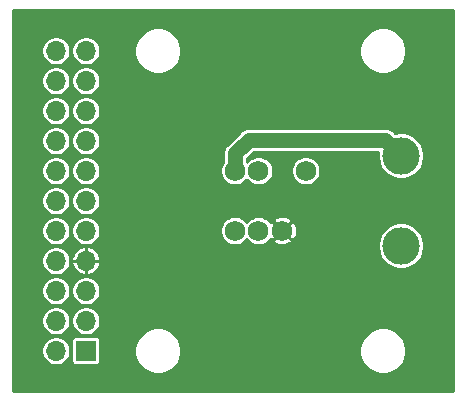
<source format=gbr>
G04 #@! TF.GenerationSoftware,KiCad,Pcbnew,(5.1.12)-1*
G04 #@! TF.CreationDate,2022-02-08T15:27:08-06:00*
G04 #@! TF.ProjectId,power_supply_board,706f7765-725f-4737-9570-706c795f626f,4.2*
G04 #@! TF.SameCoordinates,Original*
G04 #@! TF.FileFunction,Copper,L1,Top*
G04 #@! TF.FilePolarity,Positive*
%FSLAX46Y46*%
G04 Gerber Fmt 4.6, Leading zero omitted, Abs format (unit mm)*
G04 Created by KiCad (PCBNEW (5.1.12)-1) date 2022-02-08 15:27:08*
%MOMM*%
%LPD*%
G01*
G04 APERTURE LIST*
G04 #@! TA.AperFunction,ComponentPad*
%ADD10C,3.175000*%
G04 #@! TD*
G04 #@! TA.AperFunction,ComponentPad*
%ADD11O,1.700000X1.700000*%
G04 #@! TD*
G04 #@! TA.AperFunction,ComponentPad*
%ADD12R,1.700000X1.700000*%
G04 #@! TD*
G04 #@! TA.AperFunction,ComponentPad*
%ADD13C,1.730000*%
G04 #@! TD*
G04 #@! TA.AperFunction,Conductor*
%ADD14C,1.270000*%
G04 #@! TD*
G04 #@! TA.AperFunction,Conductor*
%ADD15C,0.254000*%
G04 #@! TD*
G04 #@! TA.AperFunction,Conductor*
%ADD16C,0.100000*%
G04 #@! TD*
G04 APERTURE END LIST*
D10*
X157759400Y-111760000D03*
X157759400Y-119380000D03*
D11*
X128524000Y-102870000D03*
X131064000Y-102870000D03*
X128524000Y-105410000D03*
X131064000Y-105410000D03*
X128524000Y-107950000D03*
X131064000Y-107950000D03*
X128524000Y-110490000D03*
X131064000Y-110490000D03*
X128524000Y-113030000D03*
X131064000Y-113030000D03*
X128524000Y-115570000D03*
X131064000Y-115570000D03*
X128524000Y-118110000D03*
X131064000Y-118110000D03*
X128524000Y-120650000D03*
X131064000Y-120650000D03*
X128524000Y-123190000D03*
X131064000Y-123190000D03*
X128524000Y-125730000D03*
X131064000Y-125730000D03*
X128524000Y-128270000D03*
D12*
X131064000Y-128270000D03*
D13*
X143685000Y-113035000D03*
X145685000Y-113035000D03*
X149685000Y-113035000D03*
X147685000Y-118105000D03*
X143685000Y-118105000D03*
X145685000Y-118105000D03*
D14*
X143685000Y-113035000D02*
X143685000Y-111572300D01*
X143685000Y-111572300D02*
X144856200Y-110401100D01*
X156400500Y-110401100D02*
X147662900Y-110401100D01*
X157759400Y-111760000D02*
X156400500Y-110401100D01*
X147662900Y-110401100D02*
X155130500Y-110401100D01*
X144856200Y-110401100D02*
X147662900Y-110401100D01*
D15*
X162154000Y-131674000D02*
X124866000Y-131674000D01*
X124866000Y-128148757D01*
X127293000Y-128148757D01*
X127293000Y-128391243D01*
X127340307Y-128629069D01*
X127433102Y-128853097D01*
X127567820Y-129054717D01*
X127739283Y-129226180D01*
X127940903Y-129360898D01*
X128164931Y-129453693D01*
X128402757Y-129501000D01*
X128645243Y-129501000D01*
X128883069Y-129453693D01*
X129107097Y-129360898D01*
X129308717Y-129226180D01*
X129480180Y-129054717D01*
X129614898Y-128853097D01*
X129707693Y-128629069D01*
X129755000Y-128391243D01*
X129755000Y-128148757D01*
X129707693Y-127910931D01*
X129614898Y-127686903D01*
X129480180Y-127485283D01*
X129414897Y-127420000D01*
X129831157Y-127420000D01*
X129831157Y-129120000D01*
X129838513Y-129194689D01*
X129860299Y-129266508D01*
X129895678Y-129332696D01*
X129943289Y-129390711D01*
X130001304Y-129438322D01*
X130067492Y-129473701D01*
X130139311Y-129495487D01*
X130214000Y-129502843D01*
X131914000Y-129502843D01*
X131988689Y-129495487D01*
X132060508Y-129473701D01*
X132126696Y-129438322D01*
X132184711Y-129390711D01*
X132232322Y-129332696D01*
X132267701Y-129266508D01*
X132289487Y-129194689D01*
X132296843Y-129120000D01*
X132296843Y-128074889D01*
X135179000Y-128074889D01*
X135179000Y-128465111D01*
X135255129Y-128847836D01*
X135404461Y-129208355D01*
X135621257Y-129532814D01*
X135897186Y-129808743D01*
X136221645Y-130025539D01*
X136582164Y-130174871D01*
X136964889Y-130251000D01*
X137355111Y-130251000D01*
X137737836Y-130174871D01*
X138098355Y-130025539D01*
X138422814Y-129808743D01*
X138698743Y-129532814D01*
X138915539Y-129208355D01*
X139064871Y-128847836D01*
X139141000Y-128465111D01*
X139141000Y-128074889D01*
X154229000Y-128074889D01*
X154229000Y-128465111D01*
X154305129Y-128847836D01*
X154454461Y-129208355D01*
X154671257Y-129532814D01*
X154947186Y-129808743D01*
X155271645Y-130025539D01*
X155632164Y-130174871D01*
X156014889Y-130251000D01*
X156405111Y-130251000D01*
X156787836Y-130174871D01*
X157148355Y-130025539D01*
X157472814Y-129808743D01*
X157748743Y-129532814D01*
X157965539Y-129208355D01*
X158114871Y-128847836D01*
X158191000Y-128465111D01*
X158191000Y-128074889D01*
X158114871Y-127692164D01*
X157965539Y-127331645D01*
X157748743Y-127007186D01*
X157472814Y-126731257D01*
X157148355Y-126514461D01*
X156787836Y-126365129D01*
X156405111Y-126289000D01*
X156014889Y-126289000D01*
X155632164Y-126365129D01*
X155271645Y-126514461D01*
X154947186Y-126731257D01*
X154671257Y-127007186D01*
X154454461Y-127331645D01*
X154305129Y-127692164D01*
X154229000Y-128074889D01*
X139141000Y-128074889D01*
X139064871Y-127692164D01*
X138915539Y-127331645D01*
X138698743Y-127007186D01*
X138422814Y-126731257D01*
X138098355Y-126514461D01*
X137737836Y-126365129D01*
X137355111Y-126289000D01*
X136964889Y-126289000D01*
X136582164Y-126365129D01*
X136221645Y-126514461D01*
X135897186Y-126731257D01*
X135621257Y-127007186D01*
X135404461Y-127331645D01*
X135255129Y-127692164D01*
X135179000Y-128074889D01*
X132296843Y-128074889D01*
X132296843Y-127420000D01*
X132289487Y-127345311D01*
X132267701Y-127273492D01*
X132232322Y-127207304D01*
X132184711Y-127149289D01*
X132126696Y-127101678D01*
X132060508Y-127066299D01*
X131988689Y-127044513D01*
X131914000Y-127037157D01*
X130214000Y-127037157D01*
X130139311Y-127044513D01*
X130067492Y-127066299D01*
X130001304Y-127101678D01*
X129943289Y-127149289D01*
X129895678Y-127207304D01*
X129860299Y-127273492D01*
X129838513Y-127345311D01*
X129831157Y-127420000D01*
X129414897Y-127420000D01*
X129308717Y-127313820D01*
X129107097Y-127179102D01*
X128883069Y-127086307D01*
X128645243Y-127039000D01*
X128402757Y-127039000D01*
X128164931Y-127086307D01*
X127940903Y-127179102D01*
X127739283Y-127313820D01*
X127567820Y-127485283D01*
X127433102Y-127686903D01*
X127340307Y-127910931D01*
X127293000Y-128148757D01*
X124866000Y-128148757D01*
X124866000Y-125608757D01*
X127293000Y-125608757D01*
X127293000Y-125851243D01*
X127340307Y-126089069D01*
X127433102Y-126313097D01*
X127567820Y-126514717D01*
X127739283Y-126686180D01*
X127940903Y-126820898D01*
X128164931Y-126913693D01*
X128402757Y-126961000D01*
X128645243Y-126961000D01*
X128883069Y-126913693D01*
X129107097Y-126820898D01*
X129308717Y-126686180D01*
X129480180Y-126514717D01*
X129614898Y-126313097D01*
X129707693Y-126089069D01*
X129755000Y-125851243D01*
X129755000Y-125608757D01*
X129833000Y-125608757D01*
X129833000Y-125851243D01*
X129880307Y-126089069D01*
X129973102Y-126313097D01*
X130107820Y-126514717D01*
X130279283Y-126686180D01*
X130480903Y-126820898D01*
X130704931Y-126913693D01*
X130942757Y-126961000D01*
X131185243Y-126961000D01*
X131423069Y-126913693D01*
X131647097Y-126820898D01*
X131848717Y-126686180D01*
X132020180Y-126514717D01*
X132154898Y-126313097D01*
X132247693Y-126089069D01*
X132295000Y-125851243D01*
X132295000Y-125608757D01*
X132247693Y-125370931D01*
X132154898Y-125146903D01*
X132020180Y-124945283D01*
X131848717Y-124773820D01*
X131647097Y-124639102D01*
X131423069Y-124546307D01*
X131185243Y-124499000D01*
X130942757Y-124499000D01*
X130704931Y-124546307D01*
X130480903Y-124639102D01*
X130279283Y-124773820D01*
X130107820Y-124945283D01*
X129973102Y-125146903D01*
X129880307Y-125370931D01*
X129833000Y-125608757D01*
X129755000Y-125608757D01*
X129707693Y-125370931D01*
X129614898Y-125146903D01*
X129480180Y-124945283D01*
X129308717Y-124773820D01*
X129107097Y-124639102D01*
X128883069Y-124546307D01*
X128645243Y-124499000D01*
X128402757Y-124499000D01*
X128164931Y-124546307D01*
X127940903Y-124639102D01*
X127739283Y-124773820D01*
X127567820Y-124945283D01*
X127433102Y-125146903D01*
X127340307Y-125370931D01*
X127293000Y-125608757D01*
X124866000Y-125608757D01*
X124866000Y-123068757D01*
X127293000Y-123068757D01*
X127293000Y-123311243D01*
X127340307Y-123549069D01*
X127433102Y-123773097D01*
X127567820Y-123974717D01*
X127739283Y-124146180D01*
X127940903Y-124280898D01*
X128164931Y-124373693D01*
X128402757Y-124421000D01*
X128645243Y-124421000D01*
X128883069Y-124373693D01*
X129107097Y-124280898D01*
X129308717Y-124146180D01*
X129480180Y-123974717D01*
X129614898Y-123773097D01*
X129707693Y-123549069D01*
X129755000Y-123311243D01*
X129755000Y-123068757D01*
X129833000Y-123068757D01*
X129833000Y-123311243D01*
X129880307Y-123549069D01*
X129973102Y-123773097D01*
X130107820Y-123974717D01*
X130279283Y-124146180D01*
X130480903Y-124280898D01*
X130704931Y-124373693D01*
X130942757Y-124421000D01*
X131185243Y-124421000D01*
X131423069Y-124373693D01*
X131647097Y-124280898D01*
X131848717Y-124146180D01*
X132020180Y-123974717D01*
X132154898Y-123773097D01*
X132247693Y-123549069D01*
X132295000Y-123311243D01*
X132295000Y-123068757D01*
X132247693Y-122830931D01*
X132154898Y-122606903D01*
X132020180Y-122405283D01*
X131848717Y-122233820D01*
X131647097Y-122099102D01*
X131423069Y-122006307D01*
X131185243Y-121959000D01*
X130942757Y-121959000D01*
X130704931Y-122006307D01*
X130480903Y-122099102D01*
X130279283Y-122233820D01*
X130107820Y-122405283D01*
X129973102Y-122606903D01*
X129880307Y-122830931D01*
X129833000Y-123068757D01*
X129755000Y-123068757D01*
X129707693Y-122830931D01*
X129614898Y-122606903D01*
X129480180Y-122405283D01*
X129308717Y-122233820D01*
X129107097Y-122099102D01*
X128883069Y-122006307D01*
X128645243Y-121959000D01*
X128402757Y-121959000D01*
X128164931Y-122006307D01*
X127940903Y-122099102D01*
X127739283Y-122233820D01*
X127567820Y-122405283D01*
X127433102Y-122606903D01*
X127340307Y-122830931D01*
X127293000Y-123068757D01*
X124866000Y-123068757D01*
X124866000Y-120528757D01*
X127293000Y-120528757D01*
X127293000Y-120771243D01*
X127340307Y-121009069D01*
X127433102Y-121233097D01*
X127567820Y-121434717D01*
X127739283Y-121606180D01*
X127940903Y-121740898D01*
X128164931Y-121833693D01*
X128402757Y-121881000D01*
X128645243Y-121881000D01*
X128883069Y-121833693D01*
X129107097Y-121740898D01*
X129308717Y-121606180D01*
X129480180Y-121434717D01*
X129614898Y-121233097D01*
X129707693Y-121009069D01*
X129738318Y-120855104D01*
X129850208Y-120855104D01*
X129864111Y-120925008D01*
X129940818Y-121153811D01*
X130060688Y-121363252D01*
X130219115Y-121545283D01*
X130410010Y-121692909D01*
X130626038Y-121800457D01*
X130858896Y-121863793D01*
X131051300Y-121785685D01*
X131051300Y-120662700D01*
X131076700Y-120662700D01*
X131076700Y-121785685D01*
X131269104Y-121863793D01*
X131501962Y-121800457D01*
X131717990Y-121692909D01*
X131908885Y-121545283D01*
X132067312Y-121363252D01*
X132187182Y-121153811D01*
X132263889Y-120925008D01*
X132277792Y-120855104D01*
X132199679Y-120662700D01*
X131076700Y-120662700D01*
X131051300Y-120662700D01*
X129928321Y-120662700D01*
X129850208Y-120855104D01*
X129738318Y-120855104D01*
X129755000Y-120771243D01*
X129755000Y-120528757D01*
X129738319Y-120444896D01*
X129850208Y-120444896D01*
X129928321Y-120637300D01*
X131051300Y-120637300D01*
X131051300Y-119514315D01*
X131076700Y-119514315D01*
X131076700Y-120637300D01*
X132199679Y-120637300D01*
X132277792Y-120444896D01*
X132263889Y-120374992D01*
X132187182Y-120146189D01*
X132067312Y-119936748D01*
X131908885Y-119754717D01*
X131717990Y-119607091D01*
X131501962Y-119499543D01*
X131269104Y-119436207D01*
X131076700Y-119514315D01*
X131051300Y-119514315D01*
X130858896Y-119436207D01*
X130626038Y-119499543D01*
X130410010Y-119607091D01*
X130219115Y-119754717D01*
X130060688Y-119936748D01*
X129940818Y-120146189D01*
X129864111Y-120374992D01*
X129850208Y-120444896D01*
X129738319Y-120444896D01*
X129707693Y-120290931D01*
X129614898Y-120066903D01*
X129480180Y-119865283D01*
X129308717Y-119693820D01*
X129107097Y-119559102D01*
X128883069Y-119466307D01*
X128645243Y-119419000D01*
X128402757Y-119419000D01*
X128164931Y-119466307D01*
X127940903Y-119559102D01*
X127739283Y-119693820D01*
X127567820Y-119865283D01*
X127433102Y-120066903D01*
X127340307Y-120290931D01*
X127293000Y-120528757D01*
X124866000Y-120528757D01*
X124866000Y-117988757D01*
X127293000Y-117988757D01*
X127293000Y-118231243D01*
X127340307Y-118469069D01*
X127433102Y-118693097D01*
X127567820Y-118894717D01*
X127739283Y-119066180D01*
X127940903Y-119200898D01*
X128164931Y-119293693D01*
X128402757Y-119341000D01*
X128645243Y-119341000D01*
X128883069Y-119293693D01*
X129107097Y-119200898D01*
X129308717Y-119066180D01*
X129480180Y-118894717D01*
X129614898Y-118693097D01*
X129707693Y-118469069D01*
X129755000Y-118231243D01*
X129755000Y-117988757D01*
X129833000Y-117988757D01*
X129833000Y-118231243D01*
X129880307Y-118469069D01*
X129973102Y-118693097D01*
X130107820Y-118894717D01*
X130279283Y-119066180D01*
X130480903Y-119200898D01*
X130704931Y-119293693D01*
X130942757Y-119341000D01*
X131185243Y-119341000D01*
X131423069Y-119293693D01*
X131647097Y-119200898D01*
X131848717Y-119066180D01*
X132020180Y-118894717D01*
X132154898Y-118693097D01*
X132247693Y-118469069D01*
X132295000Y-118231243D01*
X132295000Y-117988757D01*
X132293712Y-117982280D01*
X142439000Y-117982280D01*
X142439000Y-118227720D01*
X142486883Y-118468445D01*
X142580809Y-118695202D01*
X142717168Y-118899279D01*
X142890721Y-119072832D01*
X143094798Y-119209191D01*
X143321555Y-119303117D01*
X143562280Y-119351000D01*
X143807720Y-119351000D01*
X144048445Y-119303117D01*
X144275202Y-119209191D01*
X144479279Y-119072832D01*
X144652832Y-118899279D01*
X144685000Y-118851136D01*
X144717168Y-118899279D01*
X144890721Y-119072832D01*
X145094798Y-119209191D01*
X145321555Y-119303117D01*
X145562280Y-119351000D01*
X145807720Y-119351000D01*
X146048445Y-119303117D01*
X146275202Y-119209191D01*
X146479279Y-119072832D01*
X146620214Y-118931897D01*
X146876063Y-118931897D01*
X146959388Y-119125326D01*
X147172385Y-119247281D01*
X147405083Y-119325338D01*
X147648537Y-119356498D01*
X147893393Y-119339565D01*
X148130240Y-119275187D01*
X148309224Y-119186120D01*
X155790900Y-119186120D01*
X155790900Y-119573880D01*
X155866548Y-119954190D01*
X156014938Y-120312435D01*
X156230366Y-120634846D01*
X156504554Y-120909034D01*
X156826965Y-121124462D01*
X157185210Y-121272852D01*
X157565520Y-121348500D01*
X157953280Y-121348500D01*
X158333590Y-121272852D01*
X158691835Y-121124462D01*
X159014246Y-120909034D01*
X159288434Y-120634846D01*
X159503862Y-120312435D01*
X159652252Y-119954190D01*
X159727900Y-119573880D01*
X159727900Y-119186120D01*
X159652252Y-118805810D01*
X159503862Y-118447565D01*
X159288434Y-118125154D01*
X159014246Y-117850966D01*
X158691835Y-117635538D01*
X158333590Y-117487148D01*
X157953280Y-117411500D01*
X157565520Y-117411500D01*
X157185210Y-117487148D01*
X156826965Y-117635538D01*
X156504554Y-117850966D01*
X156230366Y-118125154D01*
X156014938Y-118447565D01*
X155866548Y-118805810D01*
X155790900Y-119186120D01*
X148309224Y-119186120D01*
X148349978Y-119165840D01*
X148410612Y-119125326D01*
X148493937Y-118931897D01*
X147685000Y-118122961D01*
X146876063Y-118931897D01*
X146620214Y-118931897D01*
X146652832Y-118899279D01*
X146691106Y-118841998D01*
X146858103Y-118913937D01*
X147667039Y-118105000D01*
X147702961Y-118105000D01*
X148511897Y-118913937D01*
X148705326Y-118830612D01*
X148827281Y-118617615D01*
X148905338Y-118384917D01*
X148936498Y-118141463D01*
X148919565Y-117896607D01*
X148855187Y-117659760D01*
X148745840Y-117440022D01*
X148705326Y-117379388D01*
X148511897Y-117296063D01*
X147702961Y-118105000D01*
X147667039Y-118105000D01*
X146858103Y-117296063D01*
X146691106Y-117368002D01*
X146652832Y-117310721D01*
X146620214Y-117278103D01*
X146876063Y-117278103D01*
X147685000Y-118087039D01*
X148493937Y-117278103D01*
X148410612Y-117084674D01*
X148197615Y-116962719D01*
X147964917Y-116884662D01*
X147721463Y-116853502D01*
X147476607Y-116870435D01*
X147239760Y-116934813D01*
X147020022Y-117044160D01*
X146959388Y-117084674D01*
X146876063Y-117278103D01*
X146620214Y-117278103D01*
X146479279Y-117137168D01*
X146275202Y-117000809D01*
X146048445Y-116906883D01*
X145807720Y-116859000D01*
X145562280Y-116859000D01*
X145321555Y-116906883D01*
X145094798Y-117000809D01*
X144890721Y-117137168D01*
X144717168Y-117310721D01*
X144685000Y-117358864D01*
X144652832Y-117310721D01*
X144479279Y-117137168D01*
X144275202Y-117000809D01*
X144048445Y-116906883D01*
X143807720Y-116859000D01*
X143562280Y-116859000D01*
X143321555Y-116906883D01*
X143094798Y-117000809D01*
X142890721Y-117137168D01*
X142717168Y-117310721D01*
X142580809Y-117514798D01*
X142486883Y-117741555D01*
X142439000Y-117982280D01*
X132293712Y-117982280D01*
X132247693Y-117750931D01*
X132154898Y-117526903D01*
X132020180Y-117325283D01*
X131848717Y-117153820D01*
X131647097Y-117019102D01*
X131423069Y-116926307D01*
X131185243Y-116879000D01*
X130942757Y-116879000D01*
X130704931Y-116926307D01*
X130480903Y-117019102D01*
X130279283Y-117153820D01*
X130107820Y-117325283D01*
X129973102Y-117526903D01*
X129880307Y-117750931D01*
X129833000Y-117988757D01*
X129755000Y-117988757D01*
X129707693Y-117750931D01*
X129614898Y-117526903D01*
X129480180Y-117325283D01*
X129308717Y-117153820D01*
X129107097Y-117019102D01*
X128883069Y-116926307D01*
X128645243Y-116879000D01*
X128402757Y-116879000D01*
X128164931Y-116926307D01*
X127940903Y-117019102D01*
X127739283Y-117153820D01*
X127567820Y-117325283D01*
X127433102Y-117526903D01*
X127340307Y-117750931D01*
X127293000Y-117988757D01*
X124866000Y-117988757D01*
X124866000Y-115448757D01*
X127293000Y-115448757D01*
X127293000Y-115691243D01*
X127340307Y-115929069D01*
X127433102Y-116153097D01*
X127567820Y-116354717D01*
X127739283Y-116526180D01*
X127940903Y-116660898D01*
X128164931Y-116753693D01*
X128402757Y-116801000D01*
X128645243Y-116801000D01*
X128883069Y-116753693D01*
X129107097Y-116660898D01*
X129308717Y-116526180D01*
X129480180Y-116354717D01*
X129614898Y-116153097D01*
X129707693Y-115929069D01*
X129755000Y-115691243D01*
X129755000Y-115448757D01*
X129833000Y-115448757D01*
X129833000Y-115691243D01*
X129880307Y-115929069D01*
X129973102Y-116153097D01*
X130107820Y-116354717D01*
X130279283Y-116526180D01*
X130480903Y-116660898D01*
X130704931Y-116753693D01*
X130942757Y-116801000D01*
X131185243Y-116801000D01*
X131423069Y-116753693D01*
X131647097Y-116660898D01*
X131848717Y-116526180D01*
X132020180Y-116354717D01*
X132154898Y-116153097D01*
X132247693Y-115929069D01*
X132295000Y-115691243D01*
X132295000Y-115448757D01*
X132247693Y-115210931D01*
X132154898Y-114986903D01*
X132020180Y-114785283D01*
X131848717Y-114613820D01*
X131647097Y-114479102D01*
X131423069Y-114386307D01*
X131185243Y-114339000D01*
X130942757Y-114339000D01*
X130704931Y-114386307D01*
X130480903Y-114479102D01*
X130279283Y-114613820D01*
X130107820Y-114785283D01*
X129973102Y-114986903D01*
X129880307Y-115210931D01*
X129833000Y-115448757D01*
X129755000Y-115448757D01*
X129707693Y-115210931D01*
X129614898Y-114986903D01*
X129480180Y-114785283D01*
X129308717Y-114613820D01*
X129107097Y-114479102D01*
X128883069Y-114386307D01*
X128645243Y-114339000D01*
X128402757Y-114339000D01*
X128164931Y-114386307D01*
X127940903Y-114479102D01*
X127739283Y-114613820D01*
X127567820Y-114785283D01*
X127433102Y-114986903D01*
X127340307Y-115210931D01*
X127293000Y-115448757D01*
X124866000Y-115448757D01*
X124866000Y-112908757D01*
X127293000Y-112908757D01*
X127293000Y-113151243D01*
X127340307Y-113389069D01*
X127433102Y-113613097D01*
X127567820Y-113814717D01*
X127739283Y-113986180D01*
X127940903Y-114120898D01*
X128164931Y-114213693D01*
X128402757Y-114261000D01*
X128645243Y-114261000D01*
X128883069Y-114213693D01*
X129107097Y-114120898D01*
X129308717Y-113986180D01*
X129480180Y-113814717D01*
X129614898Y-113613097D01*
X129707693Y-113389069D01*
X129755000Y-113151243D01*
X129755000Y-112908757D01*
X129833000Y-112908757D01*
X129833000Y-113151243D01*
X129880307Y-113389069D01*
X129973102Y-113613097D01*
X130107820Y-113814717D01*
X130279283Y-113986180D01*
X130480903Y-114120898D01*
X130704931Y-114213693D01*
X130942757Y-114261000D01*
X131185243Y-114261000D01*
X131423069Y-114213693D01*
X131647097Y-114120898D01*
X131848717Y-113986180D01*
X132020180Y-113814717D01*
X132154898Y-113613097D01*
X132247693Y-113389069D01*
X132295000Y-113151243D01*
X132295000Y-112912280D01*
X142439000Y-112912280D01*
X142439000Y-113157720D01*
X142486883Y-113398445D01*
X142580809Y-113625202D01*
X142717168Y-113829279D01*
X142890721Y-114002832D01*
X143094798Y-114139191D01*
X143321555Y-114233117D01*
X143562280Y-114281000D01*
X143807720Y-114281000D01*
X144048445Y-114233117D01*
X144275202Y-114139191D01*
X144479279Y-114002832D01*
X144652832Y-113829279D01*
X144685000Y-113781136D01*
X144717168Y-113829279D01*
X144890721Y-114002832D01*
X145094798Y-114139191D01*
X145321555Y-114233117D01*
X145562280Y-114281000D01*
X145807720Y-114281000D01*
X146048445Y-114233117D01*
X146275202Y-114139191D01*
X146479279Y-114002832D01*
X146652832Y-113829279D01*
X146789191Y-113625202D01*
X146883117Y-113398445D01*
X146931000Y-113157720D01*
X146931000Y-112912280D01*
X148439000Y-112912280D01*
X148439000Y-113157720D01*
X148486883Y-113398445D01*
X148580809Y-113625202D01*
X148717168Y-113829279D01*
X148890721Y-114002832D01*
X149094798Y-114139191D01*
X149321555Y-114233117D01*
X149562280Y-114281000D01*
X149807720Y-114281000D01*
X150048445Y-114233117D01*
X150275202Y-114139191D01*
X150479279Y-114002832D01*
X150652832Y-113829279D01*
X150789191Y-113625202D01*
X150883117Y-113398445D01*
X150931000Y-113157720D01*
X150931000Y-112912280D01*
X150883117Y-112671555D01*
X150789191Y-112444798D01*
X150652832Y-112240721D01*
X150479279Y-112067168D01*
X150275202Y-111930809D01*
X150048445Y-111836883D01*
X149807720Y-111789000D01*
X149562280Y-111789000D01*
X149321555Y-111836883D01*
X149094798Y-111930809D01*
X148890721Y-112067168D01*
X148717168Y-112240721D01*
X148580809Y-112444798D01*
X148486883Y-112671555D01*
X148439000Y-112912280D01*
X146931000Y-112912280D01*
X146883117Y-112671555D01*
X146789191Y-112444798D01*
X146652832Y-112240721D01*
X146479279Y-112067168D01*
X146275202Y-111930809D01*
X146048445Y-111836883D01*
X145807720Y-111789000D01*
X145562280Y-111789000D01*
X145321555Y-111836883D01*
X145094798Y-111930809D01*
X144890721Y-112067168D01*
X144717168Y-112240721D01*
X144701000Y-112264918D01*
X144701000Y-111993140D01*
X145277041Y-111417100D01*
X155820542Y-111417100D01*
X155790900Y-111566120D01*
X155790900Y-111953880D01*
X155866548Y-112334190D01*
X156014938Y-112692435D01*
X156230366Y-113014846D01*
X156504554Y-113289034D01*
X156826965Y-113504462D01*
X157185210Y-113652852D01*
X157565520Y-113728500D01*
X157953280Y-113728500D01*
X158333590Y-113652852D01*
X158691835Y-113504462D01*
X159014246Y-113289034D01*
X159288434Y-113014846D01*
X159503862Y-112692435D01*
X159652252Y-112334190D01*
X159727900Y-111953880D01*
X159727900Y-111566120D01*
X159652252Y-111185810D01*
X159503862Y-110827565D01*
X159288434Y-110505154D01*
X159014246Y-110230966D01*
X158691835Y-110015538D01*
X158333590Y-109867148D01*
X157953280Y-109791500D01*
X157565520Y-109791500D01*
X157283781Y-109847541D01*
X157154212Y-109717972D01*
X157122396Y-109679204D01*
X156967690Y-109552240D01*
X156791187Y-109457898D01*
X156599671Y-109399802D01*
X156450402Y-109385100D01*
X156400500Y-109380185D01*
X156350598Y-109385100D01*
X144906102Y-109385100D01*
X144856200Y-109380185D01*
X144657029Y-109399802D01*
X144465512Y-109457898D01*
X144404032Y-109490760D01*
X144289010Y-109552240D01*
X144134304Y-109679204D01*
X144102492Y-109717967D01*
X143001868Y-110818592D01*
X142963105Y-110850404D01*
X142836141Y-111005110D01*
X142793849Y-111084234D01*
X142741799Y-111181613D01*
X142683702Y-111373130D01*
X142664085Y-111572300D01*
X142669001Y-111622211D01*
X142669000Y-112312809D01*
X142580809Y-112444798D01*
X142486883Y-112671555D01*
X142439000Y-112912280D01*
X132295000Y-112912280D01*
X132295000Y-112908757D01*
X132247693Y-112670931D01*
X132154898Y-112446903D01*
X132020180Y-112245283D01*
X131848717Y-112073820D01*
X131647097Y-111939102D01*
X131423069Y-111846307D01*
X131185243Y-111799000D01*
X130942757Y-111799000D01*
X130704931Y-111846307D01*
X130480903Y-111939102D01*
X130279283Y-112073820D01*
X130107820Y-112245283D01*
X129973102Y-112446903D01*
X129880307Y-112670931D01*
X129833000Y-112908757D01*
X129755000Y-112908757D01*
X129707693Y-112670931D01*
X129614898Y-112446903D01*
X129480180Y-112245283D01*
X129308717Y-112073820D01*
X129107097Y-111939102D01*
X128883069Y-111846307D01*
X128645243Y-111799000D01*
X128402757Y-111799000D01*
X128164931Y-111846307D01*
X127940903Y-111939102D01*
X127739283Y-112073820D01*
X127567820Y-112245283D01*
X127433102Y-112446903D01*
X127340307Y-112670931D01*
X127293000Y-112908757D01*
X124866000Y-112908757D01*
X124866000Y-110368757D01*
X127293000Y-110368757D01*
X127293000Y-110611243D01*
X127340307Y-110849069D01*
X127433102Y-111073097D01*
X127567820Y-111274717D01*
X127739283Y-111446180D01*
X127940903Y-111580898D01*
X128164931Y-111673693D01*
X128402757Y-111721000D01*
X128645243Y-111721000D01*
X128883069Y-111673693D01*
X129107097Y-111580898D01*
X129308717Y-111446180D01*
X129480180Y-111274717D01*
X129614898Y-111073097D01*
X129707693Y-110849069D01*
X129755000Y-110611243D01*
X129755000Y-110368757D01*
X129833000Y-110368757D01*
X129833000Y-110611243D01*
X129880307Y-110849069D01*
X129973102Y-111073097D01*
X130107820Y-111274717D01*
X130279283Y-111446180D01*
X130480903Y-111580898D01*
X130704931Y-111673693D01*
X130942757Y-111721000D01*
X131185243Y-111721000D01*
X131423069Y-111673693D01*
X131647097Y-111580898D01*
X131848717Y-111446180D01*
X132020180Y-111274717D01*
X132154898Y-111073097D01*
X132247693Y-110849069D01*
X132295000Y-110611243D01*
X132295000Y-110368757D01*
X132247693Y-110130931D01*
X132154898Y-109906903D01*
X132020180Y-109705283D01*
X131848717Y-109533820D01*
X131647097Y-109399102D01*
X131423069Y-109306307D01*
X131185243Y-109259000D01*
X130942757Y-109259000D01*
X130704931Y-109306307D01*
X130480903Y-109399102D01*
X130279283Y-109533820D01*
X130107820Y-109705283D01*
X129973102Y-109906903D01*
X129880307Y-110130931D01*
X129833000Y-110368757D01*
X129755000Y-110368757D01*
X129707693Y-110130931D01*
X129614898Y-109906903D01*
X129480180Y-109705283D01*
X129308717Y-109533820D01*
X129107097Y-109399102D01*
X128883069Y-109306307D01*
X128645243Y-109259000D01*
X128402757Y-109259000D01*
X128164931Y-109306307D01*
X127940903Y-109399102D01*
X127739283Y-109533820D01*
X127567820Y-109705283D01*
X127433102Y-109906903D01*
X127340307Y-110130931D01*
X127293000Y-110368757D01*
X124866000Y-110368757D01*
X124866000Y-107828757D01*
X127293000Y-107828757D01*
X127293000Y-108071243D01*
X127340307Y-108309069D01*
X127433102Y-108533097D01*
X127567820Y-108734717D01*
X127739283Y-108906180D01*
X127940903Y-109040898D01*
X128164931Y-109133693D01*
X128402757Y-109181000D01*
X128645243Y-109181000D01*
X128883069Y-109133693D01*
X129107097Y-109040898D01*
X129308717Y-108906180D01*
X129480180Y-108734717D01*
X129614898Y-108533097D01*
X129707693Y-108309069D01*
X129755000Y-108071243D01*
X129755000Y-107828757D01*
X129833000Y-107828757D01*
X129833000Y-108071243D01*
X129880307Y-108309069D01*
X129973102Y-108533097D01*
X130107820Y-108734717D01*
X130279283Y-108906180D01*
X130480903Y-109040898D01*
X130704931Y-109133693D01*
X130942757Y-109181000D01*
X131185243Y-109181000D01*
X131423069Y-109133693D01*
X131647097Y-109040898D01*
X131848717Y-108906180D01*
X132020180Y-108734717D01*
X132154898Y-108533097D01*
X132247693Y-108309069D01*
X132295000Y-108071243D01*
X132295000Y-107828757D01*
X132247693Y-107590931D01*
X132154898Y-107366903D01*
X132020180Y-107165283D01*
X131848717Y-106993820D01*
X131647097Y-106859102D01*
X131423069Y-106766307D01*
X131185243Y-106719000D01*
X130942757Y-106719000D01*
X130704931Y-106766307D01*
X130480903Y-106859102D01*
X130279283Y-106993820D01*
X130107820Y-107165283D01*
X129973102Y-107366903D01*
X129880307Y-107590931D01*
X129833000Y-107828757D01*
X129755000Y-107828757D01*
X129707693Y-107590931D01*
X129614898Y-107366903D01*
X129480180Y-107165283D01*
X129308717Y-106993820D01*
X129107097Y-106859102D01*
X128883069Y-106766307D01*
X128645243Y-106719000D01*
X128402757Y-106719000D01*
X128164931Y-106766307D01*
X127940903Y-106859102D01*
X127739283Y-106993820D01*
X127567820Y-107165283D01*
X127433102Y-107366903D01*
X127340307Y-107590931D01*
X127293000Y-107828757D01*
X124866000Y-107828757D01*
X124866000Y-105288757D01*
X127293000Y-105288757D01*
X127293000Y-105531243D01*
X127340307Y-105769069D01*
X127433102Y-105993097D01*
X127567820Y-106194717D01*
X127739283Y-106366180D01*
X127940903Y-106500898D01*
X128164931Y-106593693D01*
X128402757Y-106641000D01*
X128645243Y-106641000D01*
X128883069Y-106593693D01*
X129107097Y-106500898D01*
X129308717Y-106366180D01*
X129480180Y-106194717D01*
X129614898Y-105993097D01*
X129707693Y-105769069D01*
X129755000Y-105531243D01*
X129755000Y-105288757D01*
X129833000Y-105288757D01*
X129833000Y-105531243D01*
X129880307Y-105769069D01*
X129973102Y-105993097D01*
X130107820Y-106194717D01*
X130279283Y-106366180D01*
X130480903Y-106500898D01*
X130704931Y-106593693D01*
X130942757Y-106641000D01*
X131185243Y-106641000D01*
X131423069Y-106593693D01*
X131647097Y-106500898D01*
X131848717Y-106366180D01*
X132020180Y-106194717D01*
X132154898Y-105993097D01*
X132247693Y-105769069D01*
X132295000Y-105531243D01*
X132295000Y-105288757D01*
X132247693Y-105050931D01*
X132154898Y-104826903D01*
X132020180Y-104625283D01*
X131848717Y-104453820D01*
X131647097Y-104319102D01*
X131423069Y-104226307D01*
X131185243Y-104179000D01*
X130942757Y-104179000D01*
X130704931Y-104226307D01*
X130480903Y-104319102D01*
X130279283Y-104453820D01*
X130107820Y-104625283D01*
X129973102Y-104826903D01*
X129880307Y-105050931D01*
X129833000Y-105288757D01*
X129755000Y-105288757D01*
X129707693Y-105050931D01*
X129614898Y-104826903D01*
X129480180Y-104625283D01*
X129308717Y-104453820D01*
X129107097Y-104319102D01*
X128883069Y-104226307D01*
X128645243Y-104179000D01*
X128402757Y-104179000D01*
X128164931Y-104226307D01*
X127940903Y-104319102D01*
X127739283Y-104453820D01*
X127567820Y-104625283D01*
X127433102Y-104826903D01*
X127340307Y-105050931D01*
X127293000Y-105288757D01*
X124866000Y-105288757D01*
X124866000Y-102748757D01*
X127293000Y-102748757D01*
X127293000Y-102991243D01*
X127340307Y-103229069D01*
X127433102Y-103453097D01*
X127567820Y-103654717D01*
X127739283Y-103826180D01*
X127940903Y-103960898D01*
X128164931Y-104053693D01*
X128402757Y-104101000D01*
X128645243Y-104101000D01*
X128883069Y-104053693D01*
X129107097Y-103960898D01*
X129308717Y-103826180D01*
X129480180Y-103654717D01*
X129614898Y-103453097D01*
X129707693Y-103229069D01*
X129755000Y-102991243D01*
X129755000Y-102748757D01*
X129833000Y-102748757D01*
X129833000Y-102991243D01*
X129880307Y-103229069D01*
X129973102Y-103453097D01*
X130107820Y-103654717D01*
X130279283Y-103826180D01*
X130480903Y-103960898D01*
X130704931Y-104053693D01*
X130942757Y-104101000D01*
X131185243Y-104101000D01*
X131423069Y-104053693D01*
X131647097Y-103960898D01*
X131848717Y-103826180D01*
X132020180Y-103654717D01*
X132154898Y-103453097D01*
X132247693Y-103229069D01*
X132295000Y-102991243D01*
X132295000Y-102748757D01*
X132280307Y-102674889D01*
X135179000Y-102674889D01*
X135179000Y-103065111D01*
X135255129Y-103447836D01*
X135404461Y-103808355D01*
X135621257Y-104132814D01*
X135897186Y-104408743D01*
X136221645Y-104625539D01*
X136582164Y-104774871D01*
X136964889Y-104851000D01*
X137355111Y-104851000D01*
X137737836Y-104774871D01*
X138098355Y-104625539D01*
X138422814Y-104408743D01*
X138698743Y-104132814D01*
X138915539Y-103808355D01*
X139064871Y-103447836D01*
X139141000Y-103065111D01*
X139141000Y-102674889D01*
X154229000Y-102674889D01*
X154229000Y-103065111D01*
X154305129Y-103447836D01*
X154454461Y-103808355D01*
X154671257Y-104132814D01*
X154947186Y-104408743D01*
X155271645Y-104625539D01*
X155632164Y-104774871D01*
X156014889Y-104851000D01*
X156405111Y-104851000D01*
X156787836Y-104774871D01*
X157148355Y-104625539D01*
X157472814Y-104408743D01*
X157748743Y-104132814D01*
X157965539Y-103808355D01*
X158114871Y-103447836D01*
X158191000Y-103065111D01*
X158191000Y-102674889D01*
X158114871Y-102292164D01*
X157965539Y-101931645D01*
X157748743Y-101607186D01*
X157472814Y-101331257D01*
X157148355Y-101114461D01*
X156787836Y-100965129D01*
X156405111Y-100889000D01*
X156014889Y-100889000D01*
X155632164Y-100965129D01*
X155271645Y-101114461D01*
X154947186Y-101331257D01*
X154671257Y-101607186D01*
X154454461Y-101931645D01*
X154305129Y-102292164D01*
X154229000Y-102674889D01*
X139141000Y-102674889D01*
X139064871Y-102292164D01*
X138915539Y-101931645D01*
X138698743Y-101607186D01*
X138422814Y-101331257D01*
X138098355Y-101114461D01*
X137737836Y-100965129D01*
X137355111Y-100889000D01*
X136964889Y-100889000D01*
X136582164Y-100965129D01*
X136221645Y-101114461D01*
X135897186Y-101331257D01*
X135621257Y-101607186D01*
X135404461Y-101931645D01*
X135255129Y-102292164D01*
X135179000Y-102674889D01*
X132280307Y-102674889D01*
X132247693Y-102510931D01*
X132154898Y-102286903D01*
X132020180Y-102085283D01*
X131848717Y-101913820D01*
X131647097Y-101779102D01*
X131423069Y-101686307D01*
X131185243Y-101639000D01*
X130942757Y-101639000D01*
X130704931Y-101686307D01*
X130480903Y-101779102D01*
X130279283Y-101913820D01*
X130107820Y-102085283D01*
X129973102Y-102286903D01*
X129880307Y-102510931D01*
X129833000Y-102748757D01*
X129755000Y-102748757D01*
X129707693Y-102510931D01*
X129614898Y-102286903D01*
X129480180Y-102085283D01*
X129308717Y-101913820D01*
X129107097Y-101779102D01*
X128883069Y-101686307D01*
X128645243Y-101639000D01*
X128402757Y-101639000D01*
X128164931Y-101686307D01*
X127940903Y-101779102D01*
X127739283Y-101913820D01*
X127567820Y-102085283D01*
X127433102Y-102286903D01*
X127340307Y-102510931D01*
X127293000Y-102748757D01*
X124866000Y-102748757D01*
X124866000Y-99466000D01*
X162154001Y-99466000D01*
X162154000Y-131674000D01*
G04 #@! TA.AperFunction,Conductor*
D16*
G36*
X162154000Y-131674000D02*
G01*
X124866000Y-131674000D01*
X124866000Y-128148757D01*
X127293000Y-128148757D01*
X127293000Y-128391243D01*
X127340307Y-128629069D01*
X127433102Y-128853097D01*
X127567820Y-129054717D01*
X127739283Y-129226180D01*
X127940903Y-129360898D01*
X128164931Y-129453693D01*
X128402757Y-129501000D01*
X128645243Y-129501000D01*
X128883069Y-129453693D01*
X129107097Y-129360898D01*
X129308717Y-129226180D01*
X129480180Y-129054717D01*
X129614898Y-128853097D01*
X129707693Y-128629069D01*
X129755000Y-128391243D01*
X129755000Y-128148757D01*
X129707693Y-127910931D01*
X129614898Y-127686903D01*
X129480180Y-127485283D01*
X129414897Y-127420000D01*
X129831157Y-127420000D01*
X129831157Y-129120000D01*
X129838513Y-129194689D01*
X129860299Y-129266508D01*
X129895678Y-129332696D01*
X129943289Y-129390711D01*
X130001304Y-129438322D01*
X130067492Y-129473701D01*
X130139311Y-129495487D01*
X130214000Y-129502843D01*
X131914000Y-129502843D01*
X131988689Y-129495487D01*
X132060508Y-129473701D01*
X132126696Y-129438322D01*
X132184711Y-129390711D01*
X132232322Y-129332696D01*
X132267701Y-129266508D01*
X132289487Y-129194689D01*
X132296843Y-129120000D01*
X132296843Y-128074889D01*
X135179000Y-128074889D01*
X135179000Y-128465111D01*
X135255129Y-128847836D01*
X135404461Y-129208355D01*
X135621257Y-129532814D01*
X135897186Y-129808743D01*
X136221645Y-130025539D01*
X136582164Y-130174871D01*
X136964889Y-130251000D01*
X137355111Y-130251000D01*
X137737836Y-130174871D01*
X138098355Y-130025539D01*
X138422814Y-129808743D01*
X138698743Y-129532814D01*
X138915539Y-129208355D01*
X139064871Y-128847836D01*
X139141000Y-128465111D01*
X139141000Y-128074889D01*
X154229000Y-128074889D01*
X154229000Y-128465111D01*
X154305129Y-128847836D01*
X154454461Y-129208355D01*
X154671257Y-129532814D01*
X154947186Y-129808743D01*
X155271645Y-130025539D01*
X155632164Y-130174871D01*
X156014889Y-130251000D01*
X156405111Y-130251000D01*
X156787836Y-130174871D01*
X157148355Y-130025539D01*
X157472814Y-129808743D01*
X157748743Y-129532814D01*
X157965539Y-129208355D01*
X158114871Y-128847836D01*
X158191000Y-128465111D01*
X158191000Y-128074889D01*
X158114871Y-127692164D01*
X157965539Y-127331645D01*
X157748743Y-127007186D01*
X157472814Y-126731257D01*
X157148355Y-126514461D01*
X156787836Y-126365129D01*
X156405111Y-126289000D01*
X156014889Y-126289000D01*
X155632164Y-126365129D01*
X155271645Y-126514461D01*
X154947186Y-126731257D01*
X154671257Y-127007186D01*
X154454461Y-127331645D01*
X154305129Y-127692164D01*
X154229000Y-128074889D01*
X139141000Y-128074889D01*
X139064871Y-127692164D01*
X138915539Y-127331645D01*
X138698743Y-127007186D01*
X138422814Y-126731257D01*
X138098355Y-126514461D01*
X137737836Y-126365129D01*
X137355111Y-126289000D01*
X136964889Y-126289000D01*
X136582164Y-126365129D01*
X136221645Y-126514461D01*
X135897186Y-126731257D01*
X135621257Y-127007186D01*
X135404461Y-127331645D01*
X135255129Y-127692164D01*
X135179000Y-128074889D01*
X132296843Y-128074889D01*
X132296843Y-127420000D01*
X132289487Y-127345311D01*
X132267701Y-127273492D01*
X132232322Y-127207304D01*
X132184711Y-127149289D01*
X132126696Y-127101678D01*
X132060508Y-127066299D01*
X131988689Y-127044513D01*
X131914000Y-127037157D01*
X130214000Y-127037157D01*
X130139311Y-127044513D01*
X130067492Y-127066299D01*
X130001304Y-127101678D01*
X129943289Y-127149289D01*
X129895678Y-127207304D01*
X129860299Y-127273492D01*
X129838513Y-127345311D01*
X129831157Y-127420000D01*
X129414897Y-127420000D01*
X129308717Y-127313820D01*
X129107097Y-127179102D01*
X128883069Y-127086307D01*
X128645243Y-127039000D01*
X128402757Y-127039000D01*
X128164931Y-127086307D01*
X127940903Y-127179102D01*
X127739283Y-127313820D01*
X127567820Y-127485283D01*
X127433102Y-127686903D01*
X127340307Y-127910931D01*
X127293000Y-128148757D01*
X124866000Y-128148757D01*
X124866000Y-125608757D01*
X127293000Y-125608757D01*
X127293000Y-125851243D01*
X127340307Y-126089069D01*
X127433102Y-126313097D01*
X127567820Y-126514717D01*
X127739283Y-126686180D01*
X127940903Y-126820898D01*
X128164931Y-126913693D01*
X128402757Y-126961000D01*
X128645243Y-126961000D01*
X128883069Y-126913693D01*
X129107097Y-126820898D01*
X129308717Y-126686180D01*
X129480180Y-126514717D01*
X129614898Y-126313097D01*
X129707693Y-126089069D01*
X129755000Y-125851243D01*
X129755000Y-125608757D01*
X129833000Y-125608757D01*
X129833000Y-125851243D01*
X129880307Y-126089069D01*
X129973102Y-126313097D01*
X130107820Y-126514717D01*
X130279283Y-126686180D01*
X130480903Y-126820898D01*
X130704931Y-126913693D01*
X130942757Y-126961000D01*
X131185243Y-126961000D01*
X131423069Y-126913693D01*
X131647097Y-126820898D01*
X131848717Y-126686180D01*
X132020180Y-126514717D01*
X132154898Y-126313097D01*
X132247693Y-126089069D01*
X132295000Y-125851243D01*
X132295000Y-125608757D01*
X132247693Y-125370931D01*
X132154898Y-125146903D01*
X132020180Y-124945283D01*
X131848717Y-124773820D01*
X131647097Y-124639102D01*
X131423069Y-124546307D01*
X131185243Y-124499000D01*
X130942757Y-124499000D01*
X130704931Y-124546307D01*
X130480903Y-124639102D01*
X130279283Y-124773820D01*
X130107820Y-124945283D01*
X129973102Y-125146903D01*
X129880307Y-125370931D01*
X129833000Y-125608757D01*
X129755000Y-125608757D01*
X129707693Y-125370931D01*
X129614898Y-125146903D01*
X129480180Y-124945283D01*
X129308717Y-124773820D01*
X129107097Y-124639102D01*
X128883069Y-124546307D01*
X128645243Y-124499000D01*
X128402757Y-124499000D01*
X128164931Y-124546307D01*
X127940903Y-124639102D01*
X127739283Y-124773820D01*
X127567820Y-124945283D01*
X127433102Y-125146903D01*
X127340307Y-125370931D01*
X127293000Y-125608757D01*
X124866000Y-125608757D01*
X124866000Y-123068757D01*
X127293000Y-123068757D01*
X127293000Y-123311243D01*
X127340307Y-123549069D01*
X127433102Y-123773097D01*
X127567820Y-123974717D01*
X127739283Y-124146180D01*
X127940903Y-124280898D01*
X128164931Y-124373693D01*
X128402757Y-124421000D01*
X128645243Y-124421000D01*
X128883069Y-124373693D01*
X129107097Y-124280898D01*
X129308717Y-124146180D01*
X129480180Y-123974717D01*
X129614898Y-123773097D01*
X129707693Y-123549069D01*
X129755000Y-123311243D01*
X129755000Y-123068757D01*
X129833000Y-123068757D01*
X129833000Y-123311243D01*
X129880307Y-123549069D01*
X129973102Y-123773097D01*
X130107820Y-123974717D01*
X130279283Y-124146180D01*
X130480903Y-124280898D01*
X130704931Y-124373693D01*
X130942757Y-124421000D01*
X131185243Y-124421000D01*
X131423069Y-124373693D01*
X131647097Y-124280898D01*
X131848717Y-124146180D01*
X132020180Y-123974717D01*
X132154898Y-123773097D01*
X132247693Y-123549069D01*
X132295000Y-123311243D01*
X132295000Y-123068757D01*
X132247693Y-122830931D01*
X132154898Y-122606903D01*
X132020180Y-122405283D01*
X131848717Y-122233820D01*
X131647097Y-122099102D01*
X131423069Y-122006307D01*
X131185243Y-121959000D01*
X130942757Y-121959000D01*
X130704931Y-122006307D01*
X130480903Y-122099102D01*
X130279283Y-122233820D01*
X130107820Y-122405283D01*
X129973102Y-122606903D01*
X129880307Y-122830931D01*
X129833000Y-123068757D01*
X129755000Y-123068757D01*
X129707693Y-122830931D01*
X129614898Y-122606903D01*
X129480180Y-122405283D01*
X129308717Y-122233820D01*
X129107097Y-122099102D01*
X128883069Y-122006307D01*
X128645243Y-121959000D01*
X128402757Y-121959000D01*
X128164931Y-122006307D01*
X127940903Y-122099102D01*
X127739283Y-122233820D01*
X127567820Y-122405283D01*
X127433102Y-122606903D01*
X127340307Y-122830931D01*
X127293000Y-123068757D01*
X124866000Y-123068757D01*
X124866000Y-120528757D01*
X127293000Y-120528757D01*
X127293000Y-120771243D01*
X127340307Y-121009069D01*
X127433102Y-121233097D01*
X127567820Y-121434717D01*
X127739283Y-121606180D01*
X127940903Y-121740898D01*
X128164931Y-121833693D01*
X128402757Y-121881000D01*
X128645243Y-121881000D01*
X128883069Y-121833693D01*
X129107097Y-121740898D01*
X129308717Y-121606180D01*
X129480180Y-121434717D01*
X129614898Y-121233097D01*
X129707693Y-121009069D01*
X129738318Y-120855104D01*
X129850208Y-120855104D01*
X129864111Y-120925008D01*
X129940818Y-121153811D01*
X130060688Y-121363252D01*
X130219115Y-121545283D01*
X130410010Y-121692909D01*
X130626038Y-121800457D01*
X130858896Y-121863793D01*
X131051300Y-121785685D01*
X131051300Y-120662700D01*
X131076700Y-120662700D01*
X131076700Y-121785685D01*
X131269104Y-121863793D01*
X131501962Y-121800457D01*
X131717990Y-121692909D01*
X131908885Y-121545283D01*
X132067312Y-121363252D01*
X132187182Y-121153811D01*
X132263889Y-120925008D01*
X132277792Y-120855104D01*
X132199679Y-120662700D01*
X131076700Y-120662700D01*
X131051300Y-120662700D01*
X129928321Y-120662700D01*
X129850208Y-120855104D01*
X129738318Y-120855104D01*
X129755000Y-120771243D01*
X129755000Y-120528757D01*
X129738319Y-120444896D01*
X129850208Y-120444896D01*
X129928321Y-120637300D01*
X131051300Y-120637300D01*
X131051300Y-119514315D01*
X131076700Y-119514315D01*
X131076700Y-120637300D01*
X132199679Y-120637300D01*
X132277792Y-120444896D01*
X132263889Y-120374992D01*
X132187182Y-120146189D01*
X132067312Y-119936748D01*
X131908885Y-119754717D01*
X131717990Y-119607091D01*
X131501962Y-119499543D01*
X131269104Y-119436207D01*
X131076700Y-119514315D01*
X131051300Y-119514315D01*
X130858896Y-119436207D01*
X130626038Y-119499543D01*
X130410010Y-119607091D01*
X130219115Y-119754717D01*
X130060688Y-119936748D01*
X129940818Y-120146189D01*
X129864111Y-120374992D01*
X129850208Y-120444896D01*
X129738319Y-120444896D01*
X129707693Y-120290931D01*
X129614898Y-120066903D01*
X129480180Y-119865283D01*
X129308717Y-119693820D01*
X129107097Y-119559102D01*
X128883069Y-119466307D01*
X128645243Y-119419000D01*
X128402757Y-119419000D01*
X128164931Y-119466307D01*
X127940903Y-119559102D01*
X127739283Y-119693820D01*
X127567820Y-119865283D01*
X127433102Y-120066903D01*
X127340307Y-120290931D01*
X127293000Y-120528757D01*
X124866000Y-120528757D01*
X124866000Y-117988757D01*
X127293000Y-117988757D01*
X127293000Y-118231243D01*
X127340307Y-118469069D01*
X127433102Y-118693097D01*
X127567820Y-118894717D01*
X127739283Y-119066180D01*
X127940903Y-119200898D01*
X128164931Y-119293693D01*
X128402757Y-119341000D01*
X128645243Y-119341000D01*
X128883069Y-119293693D01*
X129107097Y-119200898D01*
X129308717Y-119066180D01*
X129480180Y-118894717D01*
X129614898Y-118693097D01*
X129707693Y-118469069D01*
X129755000Y-118231243D01*
X129755000Y-117988757D01*
X129833000Y-117988757D01*
X129833000Y-118231243D01*
X129880307Y-118469069D01*
X129973102Y-118693097D01*
X130107820Y-118894717D01*
X130279283Y-119066180D01*
X130480903Y-119200898D01*
X130704931Y-119293693D01*
X130942757Y-119341000D01*
X131185243Y-119341000D01*
X131423069Y-119293693D01*
X131647097Y-119200898D01*
X131848717Y-119066180D01*
X132020180Y-118894717D01*
X132154898Y-118693097D01*
X132247693Y-118469069D01*
X132295000Y-118231243D01*
X132295000Y-117988757D01*
X132293712Y-117982280D01*
X142439000Y-117982280D01*
X142439000Y-118227720D01*
X142486883Y-118468445D01*
X142580809Y-118695202D01*
X142717168Y-118899279D01*
X142890721Y-119072832D01*
X143094798Y-119209191D01*
X143321555Y-119303117D01*
X143562280Y-119351000D01*
X143807720Y-119351000D01*
X144048445Y-119303117D01*
X144275202Y-119209191D01*
X144479279Y-119072832D01*
X144652832Y-118899279D01*
X144685000Y-118851136D01*
X144717168Y-118899279D01*
X144890721Y-119072832D01*
X145094798Y-119209191D01*
X145321555Y-119303117D01*
X145562280Y-119351000D01*
X145807720Y-119351000D01*
X146048445Y-119303117D01*
X146275202Y-119209191D01*
X146479279Y-119072832D01*
X146620214Y-118931897D01*
X146876063Y-118931897D01*
X146959388Y-119125326D01*
X147172385Y-119247281D01*
X147405083Y-119325338D01*
X147648537Y-119356498D01*
X147893393Y-119339565D01*
X148130240Y-119275187D01*
X148309224Y-119186120D01*
X155790900Y-119186120D01*
X155790900Y-119573880D01*
X155866548Y-119954190D01*
X156014938Y-120312435D01*
X156230366Y-120634846D01*
X156504554Y-120909034D01*
X156826965Y-121124462D01*
X157185210Y-121272852D01*
X157565520Y-121348500D01*
X157953280Y-121348500D01*
X158333590Y-121272852D01*
X158691835Y-121124462D01*
X159014246Y-120909034D01*
X159288434Y-120634846D01*
X159503862Y-120312435D01*
X159652252Y-119954190D01*
X159727900Y-119573880D01*
X159727900Y-119186120D01*
X159652252Y-118805810D01*
X159503862Y-118447565D01*
X159288434Y-118125154D01*
X159014246Y-117850966D01*
X158691835Y-117635538D01*
X158333590Y-117487148D01*
X157953280Y-117411500D01*
X157565520Y-117411500D01*
X157185210Y-117487148D01*
X156826965Y-117635538D01*
X156504554Y-117850966D01*
X156230366Y-118125154D01*
X156014938Y-118447565D01*
X155866548Y-118805810D01*
X155790900Y-119186120D01*
X148309224Y-119186120D01*
X148349978Y-119165840D01*
X148410612Y-119125326D01*
X148493937Y-118931897D01*
X147685000Y-118122961D01*
X146876063Y-118931897D01*
X146620214Y-118931897D01*
X146652832Y-118899279D01*
X146691106Y-118841998D01*
X146858103Y-118913937D01*
X147667039Y-118105000D01*
X147702961Y-118105000D01*
X148511897Y-118913937D01*
X148705326Y-118830612D01*
X148827281Y-118617615D01*
X148905338Y-118384917D01*
X148936498Y-118141463D01*
X148919565Y-117896607D01*
X148855187Y-117659760D01*
X148745840Y-117440022D01*
X148705326Y-117379388D01*
X148511897Y-117296063D01*
X147702961Y-118105000D01*
X147667039Y-118105000D01*
X146858103Y-117296063D01*
X146691106Y-117368002D01*
X146652832Y-117310721D01*
X146620214Y-117278103D01*
X146876063Y-117278103D01*
X147685000Y-118087039D01*
X148493937Y-117278103D01*
X148410612Y-117084674D01*
X148197615Y-116962719D01*
X147964917Y-116884662D01*
X147721463Y-116853502D01*
X147476607Y-116870435D01*
X147239760Y-116934813D01*
X147020022Y-117044160D01*
X146959388Y-117084674D01*
X146876063Y-117278103D01*
X146620214Y-117278103D01*
X146479279Y-117137168D01*
X146275202Y-117000809D01*
X146048445Y-116906883D01*
X145807720Y-116859000D01*
X145562280Y-116859000D01*
X145321555Y-116906883D01*
X145094798Y-117000809D01*
X144890721Y-117137168D01*
X144717168Y-117310721D01*
X144685000Y-117358864D01*
X144652832Y-117310721D01*
X144479279Y-117137168D01*
X144275202Y-117000809D01*
X144048445Y-116906883D01*
X143807720Y-116859000D01*
X143562280Y-116859000D01*
X143321555Y-116906883D01*
X143094798Y-117000809D01*
X142890721Y-117137168D01*
X142717168Y-117310721D01*
X142580809Y-117514798D01*
X142486883Y-117741555D01*
X142439000Y-117982280D01*
X132293712Y-117982280D01*
X132247693Y-117750931D01*
X132154898Y-117526903D01*
X132020180Y-117325283D01*
X131848717Y-117153820D01*
X131647097Y-117019102D01*
X131423069Y-116926307D01*
X131185243Y-116879000D01*
X130942757Y-116879000D01*
X130704931Y-116926307D01*
X130480903Y-117019102D01*
X130279283Y-117153820D01*
X130107820Y-117325283D01*
X129973102Y-117526903D01*
X129880307Y-117750931D01*
X129833000Y-117988757D01*
X129755000Y-117988757D01*
X129707693Y-117750931D01*
X129614898Y-117526903D01*
X129480180Y-117325283D01*
X129308717Y-117153820D01*
X129107097Y-117019102D01*
X128883069Y-116926307D01*
X128645243Y-116879000D01*
X128402757Y-116879000D01*
X128164931Y-116926307D01*
X127940903Y-117019102D01*
X127739283Y-117153820D01*
X127567820Y-117325283D01*
X127433102Y-117526903D01*
X127340307Y-117750931D01*
X127293000Y-117988757D01*
X124866000Y-117988757D01*
X124866000Y-115448757D01*
X127293000Y-115448757D01*
X127293000Y-115691243D01*
X127340307Y-115929069D01*
X127433102Y-116153097D01*
X127567820Y-116354717D01*
X127739283Y-116526180D01*
X127940903Y-116660898D01*
X128164931Y-116753693D01*
X128402757Y-116801000D01*
X128645243Y-116801000D01*
X128883069Y-116753693D01*
X129107097Y-116660898D01*
X129308717Y-116526180D01*
X129480180Y-116354717D01*
X129614898Y-116153097D01*
X129707693Y-115929069D01*
X129755000Y-115691243D01*
X129755000Y-115448757D01*
X129833000Y-115448757D01*
X129833000Y-115691243D01*
X129880307Y-115929069D01*
X129973102Y-116153097D01*
X130107820Y-116354717D01*
X130279283Y-116526180D01*
X130480903Y-116660898D01*
X130704931Y-116753693D01*
X130942757Y-116801000D01*
X131185243Y-116801000D01*
X131423069Y-116753693D01*
X131647097Y-116660898D01*
X131848717Y-116526180D01*
X132020180Y-116354717D01*
X132154898Y-116153097D01*
X132247693Y-115929069D01*
X132295000Y-115691243D01*
X132295000Y-115448757D01*
X132247693Y-115210931D01*
X132154898Y-114986903D01*
X132020180Y-114785283D01*
X131848717Y-114613820D01*
X131647097Y-114479102D01*
X131423069Y-114386307D01*
X131185243Y-114339000D01*
X130942757Y-114339000D01*
X130704931Y-114386307D01*
X130480903Y-114479102D01*
X130279283Y-114613820D01*
X130107820Y-114785283D01*
X129973102Y-114986903D01*
X129880307Y-115210931D01*
X129833000Y-115448757D01*
X129755000Y-115448757D01*
X129707693Y-115210931D01*
X129614898Y-114986903D01*
X129480180Y-114785283D01*
X129308717Y-114613820D01*
X129107097Y-114479102D01*
X128883069Y-114386307D01*
X128645243Y-114339000D01*
X128402757Y-114339000D01*
X128164931Y-114386307D01*
X127940903Y-114479102D01*
X127739283Y-114613820D01*
X127567820Y-114785283D01*
X127433102Y-114986903D01*
X127340307Y-115210931D01*
X127293000Y-115448757D01*
X124866000Y-115448757D01*
X124866000Y-112908757D01*
X127293000Y-112908757D01*
X127293000Y-113151243D01*
X127340307Y-113389069D01*
X127433102Y-113613097D01*
X127567820Y-113814717D01*
X127739283Y-113986180D01*
X127940903Y-114120898D01*
X128164931Y-114213693D01*
X128402757Y-114261000D01*
X128645243Y-114261000D01*
X128883069Y-114213693D01*
X129107097Y-114120898D01*
X129308717Y-113986180D01*
X129480180Y-113814717D01*
X129614898Y-113613097D01*
X129707693Y-113389069D01*
X129755000Y-113151243D01*
X129755000Y-112908757D01*
X129833000Y-112908757D01*
X129833000Y-113151243D01*
X129880307Y-113389069D01*
X129973102Y-113613097D01*
X130107820Y-113814717D01*
X130279283Y-113986180D01*
X130480903Y-114120898D01*
X130704931Y-114213693D01*
X130942757Y-114261000D01*
X131185243Y-114261000D01*
X131423069Y-114213693D01*
X131647097Y-114120898D01*
X131848717Y-113986180D01*
X132020180Y-113814717D01*
X132154898Y-113613097D01*
X132247693Y-113389069D01*
X132295000Y-113151243D01*
X132295000Y-112912280D01*
X142439000Y-112912280D01*
X142439000Y-113157720D01*
X142486883Y-113398445D01*
X142580809Y-113625202D01*
X142717168Y-113829279D01*
X142890721Y-114002832D01*
X143094798Y-114139191D01*
X143321555Y-114233117D01*
X143562280Y-114281000D01*
X143807720Y-114281000D01*
X144048445Y-114233117D01*
X144275202Y-114139191D01*
X144479279Y-114002832D01*
X144652832Y-113829279D01*
X144685000Y-113781136D01*
X144717168Y-113829279D01*
X144890721Y-114002832D01*
X145094798Y-114139191D01*
X145321555Y-114233117D01*
X145562280Y-114281000D01*
X145807720Y-114281000D01*
X146048445Y-114233117D01*
X146275202Y-114139191D01*
X146479279Y-114002832D01*
X146652832Y-113829279D01*
X146789191Y-113625202D01*
X146883117Y-113398445D01*
X146931000Y-113157720D01*
X146931000Y-112912280D01*
X148439000Y-112912280D01*
X148439000Y-113157720D01*
X148486883Y-113398445D01*
X148580809Y-113625202D01*
X148717168Y-113829279D01*
X148890721Y-114002832D01*
X149094798Y-114139191D01*
X149321555Y-114233117D01*
X149562280Y-114281000D01*
X149807720Y-114281000D01*
X150048445Y-114233117D01*
X150275202Y-114139191D01*
X150479279Y-114002832D01*
X150652832Y-113829279D01*
X150789191Y-113625202D01*
X150883117Y-113398445D01*
X150931000Y-113157720D01*
X150931000Y-112912280D01*
X150883117Y-112671555D01*
X150789191Y-112444798D01*
X150652832Y-112240721D01*
X150479279Y-112067168D01*
X150275202Y-111930809D01*
X150048445Y-111836883D01*
X149807720Y-111789000D01*
X149562280Y-111789000D01*
X149321555Y-111836883D01*
X149094798Y-111930809D01*
X148890721Y-112067168D01*
X148717168Y-112240721D01*
X148580809Y-112444798D01*
X148486883Y-112671555D01*
X148439000Y-112912280D01*
X146931000Y-112912280D01*
X146883117Y-112671555D01*
X146789191Y-112444798D01*
X146652832Y-112240721D01*
X146479279Y-112067168D01*
X146275202Y-111930809D01*
X146048445Y-111836883D01*
X145807720Y-111789000D01*
X145562280Y-111789000D01*
X145321555Y-111836883D01*
X145094798Y-111930809D01*
X144890721Y-112067168D01*
X144717168Y-112240721D01*
X144701000Y-112264918D01*
X144701000Y-111993140D01*
X145277041Y-111417100D01*
X155820542Y-111417100D01*
X155790900Y-111566120D01*
X155790900Y-111953880D01*
X155866548Y-112334190D01*
X156014938Y-112692435D01*
X156230366Y-113014846D01*
X156504554Y-113289034D01*
X156826965Y-113504462D01*
X157185210Y-113652852D01*
X157565520Y-113728500D01*
X157953280Y-113728500D01*
X158333590Y-113652852D01*
X158691835Y-113504462D01*
X159014246Y-113289034D01*
X159288434Y-113014846D01*
X159503862Y-112692435D01*
X159652252Y-112334190D01*
X159727900Y-111953880D01*
X159727900Y-111566120D01*
X159652252Y-111185810D01*
X159503862Y-110827565D01*
X159288434Y-110505154D01*
X159014246Y-110230966D01*
X158691835Y-110015538D01*
X158333590Y-109867148D01*
X157953280Y-109791500D01*
X157565520Y-109791500D01*
X157283781Y-109847541D01*
X157154212Y-109717972D01*
X157122396Y-109679204D01*
X156967690Y-109552240D01*
X156791187Y-109457898D01*
X156599671Y-109399802D01*
X156450402Y-109385100D01*
X156400500Y-109380185D01*
X156350598Y-109385100D01*
X144906102Y-109385100D01*
X144856200Y-109380185D01*
X144657029Y-109399802D01*
X144465512Y-109457898D01*
X144404032Y-109490760D01*
X144289010Y-109552240D01*
X144134304Y-109679204D01*
X144102492Y-109717967D01*
X143001868Y-110818592D01*
X142963105Y-110850404D01*
X142836141Y-111005110D01*
X142793849Y-111084234D01*
X142741799Y-111181613D01*
X142683702Y-111373130D01*
X142664085Y-111572300D01*
X142669001Y-111622211D01*
X142669000Y-112312809D01*
X142580809Y-112444798D01*
X142486883Y-112671555D01*
X142439000Y-112912280D01*
X132295000Y-112912280D01*
X132295000Y-112908757D01*
X132247693Y-112670931D01*
X132154898Y-112446903D01*
X132020180Y-112245283D01*
X131848717Y-112073820D01*
X131647097Y-111939102D01*
X131423069Y-111846307D01*
X131185243Y-111799000D01*
X130942757Y-111799000D01*
X130704931Y-111846307D01*
X130480903Y-111939102D01*
X130279283Y-112073820D01*
X130107820Y-112245283D01*
X129973102Y-112446903D01*
X129880307Y-112670931D01*
X129833000Y-112908757D01*
X129755000Y-112908757D01*
X129707693Y-112670931D01*
X129614898Y-112446903D01*
X129480180Y-112245283D01*
X129308717Y-112073820D01*
X129107097Y-111939102D01*
X128883069Y-111846307D01*
X128645243Y-111799000D01*
X128402757Y-111799000D01*
X128164931Y-111846307D01*
X127940903Y-111939102D01*
X127739283Y-112073820D01*
X127567820Y-112245283D01*
X127433102Y-112446903D01*
X127340307Y-112670931D01*
X127293000Y-112908757D01*
X124866000Y-112908757D01*
X124866000Y-110368757D01*
X127293000Y-110368757D01*
X127293000Y-110611243D01*
X127340307Y-110849069D01*
X127433102Y-111073097D01*
X127567820Y-111274717D01*
X127739283Y-111446180D01*
X127940903Y-111580898D01*
X128164931Y-111673693D01*
X128402757Y-111721000D01*
X128645243Y-111721000D01*
X128883069Y-111673693D01*
X129107097Y-111580898D01*
X129308717Y-111446180D01*
X129480180Y-111274717D01*
X129614898Y-111073097D01*
X129707693Y-110849069D01*
X129755000Y-110611243D01*
X129755000Y-110368757D01*
X129833000Y-110368757D01*
X129833000Y-110611243D01*
X129880307Y-110849069D01*
X129973102Y-111073097D01*
X130107820Y-111274717D01*
X130279283Y-111446180D01*
X130480903Y-111580898D01*
X130704931Y-111673693D01*
X130942757Y-111721000D01*
X131185243Y-111721000D01*
X131423069Y-111673693D01*
X131647097Y-111580898D01*
X131848717Y-111446180D01*
X132020180Y-111274717D01*
X132154898Y-111073097D01*
X132247693Y-110849069D01*
X132295000Y-110611243D01*
X132295000Y-110368757D01*
X132247693Y-110130931D01*
X132154898Y-109906903D01*
X132020180Y-109705283D01*
X131848717Y-109533820D01*
X131647097Y-109399102D01*
X131423069Y-109306307D01*
X131185243Y-109259000D01*
X130942757Y-109259000D01*
X130704931Y-109306307D01*
X130480903Y-109399102D01*
X130279283Y-109533820D01*
X130107820Y-109705283D01*
X129973102Y-109906903D01*
X129880307Y-110130931D01*
X129833000Y-110368757D01*
X129755000Y-110368757D01*
X129707693Y-110130931D01*
X129614898Y-109906903D01*
X129480180Y-109705283D01*
X129308717Y-109533820D01*
X129107097Y-109399102D01*
X128883069Y-109306307D01*
X128645243Y-109259000D01*
X128402757Y-109259000D01*
X128164931Y-109306307D01*
X127940903Y-109399102D01*
X127739283Y-109533820D01*
X127567820Y-109705283D01*
X127433102Y-109906903D01*
X127340307Y-110130931D01*
X127293000Y-110368757D01*
X124866000Y-110368757D01*
X124866000Y-107828757D01*
X127293000Y-107828757D01*
X127293000Y-108071243D01*
X127340307Y-108309069D01*
X127433102Y-108533097D01*
X127567820Y-108734717D01*
X127739283Y-108906180D01*
X127940903Y-109040898D01*
X128164931Y-109133693D01*
X128402757Y-109181000D01*
X128645243Y-109181000D01*
X128883069Y-109133693D01*
X129107097Y-109040898D01*
X129308717Y-108906180D01*
X129480180Y-108734717D01*
X129614898Y-108533097D01*
X129707693Y-108309069D01*
X129755000Y-108071243D01*
X129755000Y-107828757D01*
X129833000Y-107828757D01*
X129833000Y-108071243D01*
X129880307Y-108309069D01*
X129973102Y-108533097D01*
X130107820Y-108734717D01*
X130279283Y-108906180D01*
X130480903Y-109040898D01*
X130704931Y-109133693D01*
X130942757Y-109181000D01*
X131185243Y-109181000D01*
X131423069Y-109133693D01*
X131647097Y-109040898D01*
X131848717Y-108906180D01*
X132020180Y-108734717D01*
X132154898Y-108533097D01*
X132247693Y-108309069D01*
X132295000Y-108071243D01*
X132295000Y-107828757D01*
X132247693Y-107590931D01*
X132154898Y-107366903D01*
X132020180Y-107165283D01*
X131848717Y-106993820D01*
X131647097Y-106859102D01*
X131423069Y-106766307D01*
X131185243Y-106719000D01*
X130942757Y-106719000D01*
X130704931Y-106766307D01*
X130480903Y-106859102D01*
X130279283Y-106993820D01*
X130107820Y-107165283D01*
X129973102Y-107366903D01*
X129880307Y-107590931D01*
X129833000Y-107828757D01*
X129755000Y-107828757D01*
X129707693Y-107590931D01*
X129614898Y-107366903D01*
X129480180Y-107165283D01*
X129308717Y-106993820D01*
X129107097Y-106859102D01*
X128883069Y-106766307D01*
X128645243Y-106719000D01*
X128402757Y-106719000D01*
X128164931Y-106766307D01*
X127940903Y-106859102D01*
X127739283Y-106993820D01*
X127567820Y-107165283D01*
X127433102Y-107366903D01*
X127340307Y-107590931D01*
X127293000Y-107828757D01*
X124866000Y-107828757D01*
X124866000Y-105288757D01*
X127293000Y-105288757D01*
X127293000Y-105531243D01*
X127340307Y-105769069D01*
X127433102Y-105993097D01*
X127567820Y-106194717D01*
X127739283Y-106366180D01*
X127940903Y-106500898D01*
X128164931Y-106593693D01*
X128402757Y-106641000D01*
X128645243Y-106641000D01*
X128883069Y-106593693D01*
X129107097Y-106500898D01*
X129308717Y-106366180D01*
X129480180Y-106194717D01*
X129614898Y-105993097D01*
X129707693Y-105769069D01*
X129755000Y-105531243D01*
X129755000Y-105288757D01*
X129833000Y-105288757D01*
X129833000Y-105531243D01*
X129880307Y-105769069D01*
X129973102Y-105993097D01*
X130107820Y-106194717D01*
X130279283Y-106366180D01*
X130480903Y-106500898D01*
X130704931Y-106593693D01*
X130942757Y-106641000D01*
X131185243Y-106641000D01*
X131423069Y-106593693D01*
X131647097Y-106500898D01*
X131848717Y-106366180D01*
X132020180Y-106194717D01*
X132154898Y-105993097D01*
X132247693Y-105769069D01*
X132295000Y-105531243D01*
X132295000Y-105288757D01*
X132247693Y-105050931D01*
X132154898Y-104826903D01*
X132020180Y-104625283D01*
X131848717Y-104453820D01*
X131647097Y-104319102D01*
X131423069Y-104226307D01*
X131185243Y-104179000D01*
X130942757Y-104179000D01*
X130704931Y-104226307D01*
X130480903Y-104319102D01*
X130279283Y-104453820D01*
X130107820Y-104625283D01*
X129973102Y-104826903D01*
X129880307Y-105050931D01*
X129833000Y-105288757D01*
X129755000Y-105288757D01*
X129707693Y-105050931D01*
X129614898Y-104826903D01*
X129480180Y-104625283D01*
X129308717Y-104453820D01*
X129107097Y-104319102D01*
X128883069Y-104226307D01*
X128645243Y-104179000D01*
X128402757Y-104179000D01*
X128164931Y-104226307D01*
X127940903Y-104319102D01*
X127739283Y-104453820D01*
X127567820Y-104625283D01*
X127433102Y-104826903D01*
X127340307Y-105050931D01*
X127293000Y-105288757D01*
X124866000Y-105288757D01*
X124866000Y-102748757D01*
X127293000Y-102748757D01*
X127293000Y-102991243D01*
X127340307Y-103229069D01*
X127433102Y-103453097D01*
X127567820Y-103654717D01*
X127739283Y-103826180D01*
X127940903Y-103960898D01*
X128164931Y-104053693D01*
X128402757Y-104101000D01*
X128645243Y-104101000D01*
X128883069Y-104053693D01*
X129107097Y-103960898D01*
X129308717Y-103826180D01*
X129480180Y-103654717D01*
X129614898Y-103453097D01*
X129707693Y-103229069D01*
X129755000Y-102991243D01*
X129755000Y-102748757D01*
X129833000Y-102748757D01*
X129833000Y-102991243D01*
X129880307Y-103229069D01*
X129973102Y-103453097D01*
X130107820Y-103654717D01*
X130279283Y-103826180D01*
X130480903Y-103960898D01*
X130704931Y-104053693D01*
X130942757Y-104101000D01*
X131185243Y-104101000D01*
X131423069Y-104053693D01*
X131647097Y-103960898D01*
X131848717Y-103826180D01*
X132020180Y-103654717D01*
X132154898Y-103453097D01*
X132247693Y-103229069D01*
X132295000Y-102991243D01*
X132295000Y-102748757D01*
X132280307Y-102674889D01*
X135179000Y-102674889D01*
X135179000Y-103065111D01*
X135255129Y-103447836D01*
X135404461Y-103808355D01*
X135621257Y-104132814D01*
X135897186Y-104408743D01*
X136221645Y-104625539D01*
X136582164Y-104774871D01*
X136964889Y-104851000D01*
X137355111Y-104851000D01*
X137737836Y-104774871D01*
X138098355Y-104625539D01*
X138422814Y-104408743D01*
X138698743Y-104132814D01*
X138915539Y-103808355D01*
X139064871Y-103447836D01*
X139141000Y-103065111D01*
X139141000Y-102674889D01*
X154229000Y-102674889D01*
X154229000Y-103065111D01*
X154305129Y-103447836D01*
X154454461Y-103808355D01*
X154671257Y-104132814D01*
X154947186Y-104408743D01*
X155271645Y-104625539D01*
X155632164Y-104774871D01*
X156014889Y-104851000D01*
X156405111Y-104851000D01*
X156787836Y-104774871D01*
X157148355Y-104625539D01*
X157472814Y-104408743D01*
X157748743Y-104132814D01*
X157965539Y-103808355D01*
X158114871Y-103447836D01*
X158191000Y-103065111D01*
X158191000Y-102674889D01*
X158114871Y-102292164D01*
X157965539Y-101931645D01*
X157748743Y-101607186D01*
X157472814Y-101331257D01*
X157148355Y-101114461D01*
X156787836Y-100965129D01*
X156405111Y-100889000D01*
X156014889Y-100889000D01*
X155632164Y-100965129D01*
X155271645Y-101114461D01*
X154947186Y-101331257D01*
X154671257Y-101607186D01*
X154454461Y-101931645D01*
X154305129Y-102292164D01*
X154229000Y-102674889D01*
X139141000Y-102674889D01*
X139064871Y-102292164D01*
X138915539Y-101931645D01*
X138698743Y-101607186D01*
X138422814Y-101331257D01*
X138098355Y-101114461D01*
X137737836Y-100965129D01*
X137355111Y-100889000D01*
X136964889Y-100889000D01*
X136582164Y-100965129D01*
X136221645Y-101114461D01*
X135897186Y-101331257D01*
X135621257Y-101607186D01*
X135404461Y-101931645D01*
X135255129Y-102292164D01*
X135179000Y-102674889D01*
X132280307Y-102674889D01*
X132247693Y-102510931D01*
X132154898Y-102286903D01*
X132020180Y-102085283D01*
X131848717Y-101913820D01*
X131647097Y-101779102D01*
X131423069Y-101686307D01*
X131185243Y-101639000D01*
X130942757Y-101639000D01*
X130704931Y-101686307D01*
X130480903Y-101779102D01*
X130279283Y-101913820D01*
X130107820Y-102085283D01*
X129973102Y-102286903D01*
X129880307Y-102510931D01*
X129833000Y-102748757D01*
X129755000Y-102748757D01*
X129707693Y-102510931D01*
X129614898Y-102286903D01*
X129480180Y-102085283D01*
X129308717Y-101913820D01*
X129107097Y-101779102D01*
X128883069Y-101686307D01*
X128645243Y-101639000D01*
X128402757Y-101639000D01*
X128164931Y-101686307D01*
X127940903Y-101779102D01*
X127739283Y-101913820D01*
X127567820Y-102085283D01*
X127433102Y-102286903D01*
X127340307Y-102510931D01*
X127293000Y-102748757D01*
X124866000Y-102748757D01*
X124866000Y-99466000D01*
X162154001Y-99466000D01*
X162154000Y-131674000D01*
G37*
G04 #@! TD.AperFunction*
M02*

</source>
